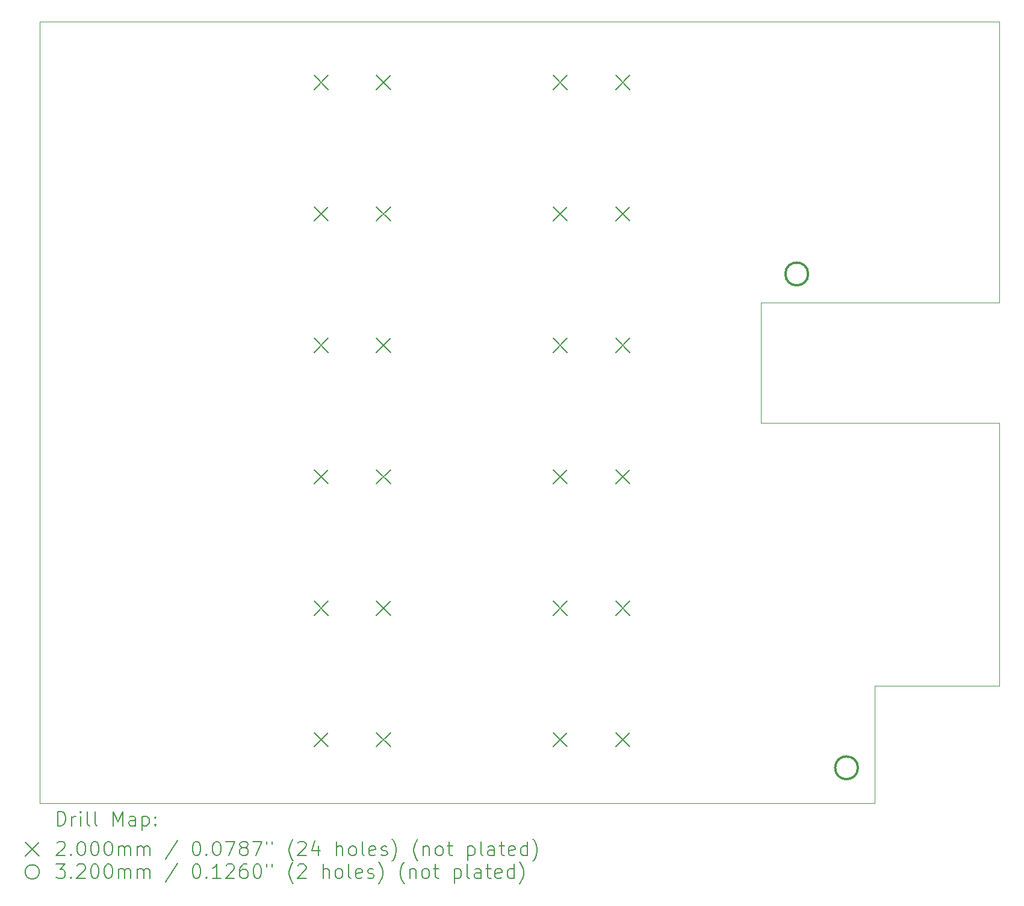
<source format=gbr>
%FSLAX45Y45*%
G04 Gerber Fmt 4.5, Leading zero omitted, Abs format (unit mm)*
G04 Created by KiCad (PCBNEW (6.0.0)) date 2022-04-30 23:34:16*
%MOMM*%
%LPD*%
G01*
G04 APERTURE LIST*
%TA.AperFunction,Profile*%
%ADD10C,0.050000*%
%TD*%
%TA.AperFunction,Profile*%
%ADD11C,0.100000*%
%TD*%
%ADD12C,0.200000*%
%ADD13C,0.320000*%
G04 APERTURE END LIST*
D10*
X18360000Y-3330000D02*
X18360000Y-7280000D01*
X4860000Y-3330000D02*
X4860000Y-14330000D01*
X4860000Y-3330000D02*
X18360000Y-3330000D01*
D11*
X15010000Y-8980000D02*
X15010000Y-7280000D01*
X18360000Y-8980000D02*
X15010000Y-8980000D01*
X18360000Y-8980000D02*
X18360000Y-12680000D01*
X15010000Y-7280000D02*
X18360000Y-7280000D01*
D10*
X4860000Y-14330000D02*
X16610000Y-14330000D01*
D11*
X18360000Y-12680000D02*
X16610000Y-12680000D01*
X16610000Y-12680000D02*
X16610000Y-14330000D01*
D12*
X8720000Y-4085000D02*
X8920000Y-4285000D01*
X8920000Y-4085000D02*
X8720000Y-4285000D01*
X8720000Y-5935000D02*
X8920000Y-6135000D01*
X8920000Y-5935000D02*
X8720000Y-6135000D01*
X8720000Y-7785000D02*
X8920000Y-7985000D01*
X8920000Y-7785000D02*
X8720000Y-7985000D01*
X8720000Y-9635000D02*
X8920000Y-9835000D01*
X8920000Y-9635000D02*
X8720000Y-9835000D01*
X8720000Y-11485000D02*
X8920000Y-11685000D01*
X8920000Y-11485000D02*
X8720000Y-11685000D01*
X8720000Y-13335000D02*
X8920000Y-13535000D01*
X8920000Y-13335000D02*
X8720000Y-13535000D01*
X9600000Y-4085000D02*
X9800000Y-4285000D01*
X9800000Y-4085000D02*
X9600000Y-4285000D01*
X9600000Y-5935000D02*
X9800000Y-6135000D01*
X9800000Y-5935000D02*
X9600000Y-6135000D01*
X9600000Y-7785000D02*
X9800000Y-7985000D01*
X9800000Y-7785000D02*
X9600000Y-7985000D01*
X9600000Y-9635000D02*
X9800000Y-9835000D01*
X9800000Y-9635000D02*
X9600000Y-9835000D01*
X9600000Y-11485000D02*
X9800000Y-11685000D01*
X9800000Y-11485000D02*
X9600000Y-11685000D01*
X9600000Y-13335000D02*
X9800000Y-13535000D01*
X9800000Y-13335000D02*
X9600000Y-13535000D01*
X12084000Y-4085000D02*
X12284000Y-4285000D01*
X12284000Y-4085000D02*
X12084000Y-4285000D01*
X12084000Y-5935000D02*
X12284000Y-6135000D01*
X12284000Y-5935000D02*
X12084000Y-6135000D01*
X12084000Y-7785000D02*
X12284000Y-7985000D01*
X12284000Y-7785000D02*
X12084000Y-7985000D01*
X12084000Y-9635000D02*
X12284000Y-9835000D01*
X12284000Y-9635000D02*
X12084000Y-9835000D01*
X12084000Y-11485000D02*
X12284000Y-11685000D01*
X12284000Y-11485000D02*
X12084000Y-11685000D01*
X12084000Y-13335000D02*
X12284000Y-13535000D01*
X12284000Y-13335000D02*
X12084000Y-13535000D01*
X12964000Y-4085000D02*
X13164000Y-4285000D01*
X13164000Y-4085000D02*
X12964000Y-4285000D01*
X12964000Y-5935000D02*
X13164000Y-6135000D01*
X13164000Y-5935000D02*
X12964000Y-6135000D01*
X12964000Y-7785000D02*
X13164000Y-7985000D01*
X13164000Y-7785000D02*
X12964000Y-7985000D01*
X12964000Y-9635000D02*
X13164000Y-9835000D01*
X13164000Y-9635000D02*
X12964000Y-9835000D01*
X12964000Y-11485000D02*
X13164000Y-11685000D01*
X13164000Y-11485000D02*
X12964000Y-11685000D01*
X12964000Y-13335000D02*
X13164000Y-13535000D01*
X13164000Y-13335000D02*
X12964000Y-13535000D01*
D13*
X15670000Y-6880000D02*
G75*
G03*
X15670000Y-6880000I-160000J0D01*
G01*
X16370000Y-13830000D02*
G75*
G03*
X16370000Y-13830000I-160000J0D01*
G01*
D12*
X5115119Y-14645476D02*
X5115119Y-14445476D01*
X5162738Y-14445476D01*
X5191310Y-14455000D01*
X5210357Y-14474048D01*
X5219881Y-14493095D01*
X5229405Y-14531190D01*
X5229405Y-14559762D01*
X5219881Y-14597857D01*
X5210357Y-14616905D01*
X5191310Y-14635952D01*
X5162738Y-14645476D01*
X5115119Y-14645476D01*
X5315119Y-14645476D02*
X5315119Y-14512143D01*
X5315119Y-14550238D02*
X5324643Y-14531190D01*
X5334167Y-14521667D01*
X5353214Y-14512143D01*
X5372262Y-14512143D01*
X5438929Y-14645476D02*
X5438929Y-14512143D01*
X5438929Y-14445476D02*
X5429405Y-14455000D01*
X5438929Y-14464524D01*
X5448452Y-14455000D01*
X5438929Y-14445476D01*
X5438929Y-14464524D01*
X5562738Y-14645476D02*
X5543690Y-14635952D01*
X5534167Y-14616905D01*
X5534167Y-14445476D01*
X5667500Y-14645476D02*
X5648452Y-14635952D01*
X5638928Y-14616905D01*
X5638928Y-14445476D01*
X5896071Y-14645476D02*
X5896071Y-14445476D01*
X5962738Y-14588333D01*
X6029405Y-14445476D01*
X6029405Y-14645476D01*
X6210357Y-14645476D02*
X6210357Y-14540714D01*
X6200833Y-14521667D01*
X6181786Y-14512143D01*
X6143690Y-14512143D01*
X6124643Y-14521667D01*
X6210357Y-14635952D02*
X6191309Y-14645476D01*
X6143690Y-14645476D01*
X6124643Y-14635952D01*
X6115119Y-14616905D01*
X6115119Y-14597857D01*
X6124643Y-14578809D01*
X6143690Y-14569286D01*
X6191309Y-14569286D01*
X6210357Y-14559762D01*
X6305595Y-14512143D02*
X6305595Y-14712143D01*
X6305595Y-14521667D02*
X6324643Y-14512143D01*
X6362738Y-14512143D01*
X6381786Y-14521667D01*
X6391309Y-14531190D01*
X6400833Y-14550238D01*
X6400833Y-14607381D01*
X6391309Y-14626428D01*
X6381786Y-14635952D01*
X6362738Y-14645476D01*
X6324643Y-14645476D01*
X6305595Y-14635952D01*
X6486548Y-14626428D02*
X6496071Y-14635952D01*
X6486548Y-14645476D01*
X6477024Y-14635952D01*
X6486548Y-14626428D01*
X6486548Y-14645476D01*
X6486548Y-14521667D02*
X6496071Y-14531190D01*
X6486548Y-14540714D01*
X6477024Y-14531190D01*
X6486548Y-14521667D01*
X6486548Y-14540714D01*
X4657500Y-14875000D02*
X4857500Y-15075000D01*
X4857500Y-14875000D02*
X4657500Y-15075000D01*
X5105595Y-14884524D02*
X5115119Y-14875000D01*
X5134167Y-14865476D01*
X5181786Y-14865476D01*
X5200833Y-14875000D01*
X5210357Y-14884524D01*
X5219881Y-14903571D01*
X5219881Y-14922619D01*
X5210357Y-14951190D01*
X5096071Y-15065476D01*
X5219881Y-15065476D01*
X5305595Y-15046428D02*
X5315119Y-15055952D01*
X5305595Y-15065476D01*
X5296071Y-15055952D01*
X5305595Y-15046428D01*
X5305595Y-15065476D01*
X5438929Y-14865476D02*
X5457976Y-14865476D01*
X5477024Y-14875000D01*
X5486548Y-14884524D01*
X5496071Y-14903571D01*
X5505595Y-14941667D01*
X5505595Y-14989286D01*
X5496071Y-15027381D01*
X5486548Y-15046428D01*
X5477024Y-15055952D01*
X5457976Y-15065476D01*
X5438929Y-15065476D01*
X5419881Y-15055952D01*
X5410357Y-15046428D01*
X5400833Y-15027381D01*
X5391310Y-14989286D01*
X5391310Y-14941667D01*
X5400833Y-14903571D01*
X5410357Y-14884524D01*
X5419881Y-14875000D01*
X5438929Y-14865476D01*
X5629405Y-14865476D02*
X5648452Y-14865476D01*
X5667500Y-14875000D01*
X5677024Y-14884524D01*
X5686548Y-14903571D01*
X5696071Y-14941667D01*
X5696071Y-14989286D01*
X5686548Y-15027381D01*
X5677024Y-15046428D01*
X5667500Y-15055952D01*
X5648452Y-15065476D01*
X5629405Y-15065476D01*
X5610357Y-15055952D01*
X5600833Y-15046428D01*
X5591310Y-15027381D01*
X5581786Y-14989286D01*
X5581786Y-14941667D01*
X5591310Y-14903571D01*
X5600833Y-14884524D01*
X5610357Y-14875000D01*
X5629405Y-14865476D01*
X5819881Y-14865476D02*
X5838928Y-14865476D01*
X5857976Y-14875000D01*
X5867500Y-14884524D01*
X5877024Y-14903571D01*
X5886548Y-14941667D01*
X5886548Y-14989286D01*
X5877024Y-15027381D01*
X5867500Y-15046428D01*
X5857976Y-15055952D01*
X5838928Y-15065476D01*
X5819881Y-15065476D01*
X5800833Y-15055952D01*
X5791309Y-15046428D01*
X5781786Y-15027381D01*
X5772262Y-14989286D01*
X5772262Y-14941667D01*
X5781786Y-14903571D01*
X5791309Y-14884524D01*
X5800833Y-14875000D01*
X5819881Y-14865476D01*
X5972262Y-15065476D02*
X5972262Y-14932143D01*
X5972262Y-14951190D02*
X5981786Y-14941667D01*
X6000833Y-14932143D01*
X6029405Y-14932143D01*
X6048452Y-14941667D01*
X6057976Y-14960714D01*
X6057976Y-15065476D01*
X6057976Y-14960714D02*
X6067500Y-14941667D01*
X6086548Y-14932143D01*
X6115119Y-14932143D01*
X6134167Y-14941667D01*
X6143690Y-14960714D01*
X6143690Y-15065476D01*
X6238928Y-15065476D02*
X6238928Y-14932143D01*
X6238928Y-14951190D02*
X6248452Y-14941667D01*
X6267500Y-14932143D01*
X6296071Y-14932143D01*
X6315119Y-14941667D01*
X6324643Y-14960714D01*
X6324643Y-15065476D01*
X6324643Y-14960714D02*
X6334167Y-14941667D01*
X6353214Y-14932143D01*
X6381786Y-14932143D01*
X6400833Y-14941667D01*
X6410357Y-14960714D01*
X6410357Y-15065476D01*
X6800833Y-14855952D02*
X6629405Y-15113095D01*
X7057976Y-14865476D02*
X7077024Y-14865476D01*
X7096071Y-14875000D01*
X7105595Y-14884524D01*
X7115119Y-14903571D01*
X7124643Y-14941667D01*
X7124643Y-14989286D01*
X7115119Y-15027381D01*
X7105595Y-15046428D01*
X7096071Y-15055952D01*
X7077024Y-15065476D01*
X7057976Y-15065476D01*
X7038928Y-15055952D01*
X7029405Y-15046428D01*
X7019881Y-15027381D01*
X7010357Y-14989286D01*
X7010357Y-14941667D01*
X7019881Y-14903571D01*
X7029405Y-14884524D01*
X7038928Y-14875000D01*
X7057976Y-14865476D01*
X7210357Y-15046428D02*
X7219881Y-15055952D01*
X7210357Y-15065476D01*
X7200833Y-15055952D01*
X7210357Y-15046428D01*
X7210357Y-15065476D01*
X7343690Y-14865476D02*
X7362738Y-14865476D01*
X7381786Y-14875000D01*
X7391309Y-14884524D01*
X7400833Y-14903571D01*
X7410357Y-14941667D01*
X7410357Y-14989286D01*
X7400833Y-15027381D01*
X7391309Y-15046428D01*
X7381786Y-15055952D01*
X7362738Y-15065476D01*
X7343690Y-15065476D01*
X7324643Y-15055952D01*
X7315119Y-15046428D01*
X7305595Y-15027381D01*
X7296071Y-14989286D01*
X7296071Y-14941667D01*
X7305595Y-14903571D01*
X7315119Y-14884524D01*
X7324643Y-14875000D01*
X7343690Y-14865476D01*
X7477024Y-14865476D02*
X7610357Y-14865476D01*
X7524643Y-15065476D01*
X7715119Y-14951190D02*
X7696071Y-14941667D01*
X7686548Y-14932143D01*
X7677024Y-14913095D01*
X7677024Y-14903571D01*
X7686548Y-14884524D01*
X7696071Y-14875000D01*
X7715119Y-14865476D01*
X7753214Y-14865476D01*
X7772262Y-14875000D01*
X7781786Y-14884524D01*
X7791309Y-14903571D01*
X7791309Y-14913095D01*
X7781786Y-14932143D01*
X7772262Y-14941667D01*
X7753214Y-14951190D01*
X7715119Y-14951190D01*
X7696071Y-14960714D01*
X7686548Y-14970238D01*
X7677024Y-14989286D01*
X7677024Y-15027381D01*
X7686548Y-15046428D01*
X7696071Y-15055952D01*
X7715119Y-15065476D01*
X7753214Y-15065476D01*
X7772262Y-15055952D01*
X7781786Y-15046428D01*
X7791309Y-15027381D01*
X7791309Y-14989286D01*
X7781786Y-14970238D01*
X7772262Y-14960714D01*
X7753214Y-14951190D01*
X7857976Y-14865476D02*
X7991309Y-14865476D01*
X7905595Y-15065476D01*
X8057976Y-14865476D02*
X8057976Y-14903571D01*
X8134167Y-14865476D02*
X8134167Y-14903571D01*
X8429405Y-15141667D02*
X8419881Y-15132143D01*
X8400833Y-15103571D01*
X8391310Y-15084524D01*
X8381786Y-15055952D01*
X8372262Y-15008333D01*
X8372262Y-14970238D01*
X8381786Y-14922619D01*
X8391310Y-14894048D01*
X8400833Y-14875000D01*
X8419881Y-14846428D01*
X8429405Y-14836905D01*
X8496071Y-14884524D02*
X8505595Y-14875000D01*
X8524643Y-14865476D01*
X8572262Y-14865476D01*
X8591310Y-14875000D01*
X8600833Y-14884524D01*
X8610357Y-14903571D01*
X8610357Y-14922619D01*
X8600833Y-14951190D01*
X8486548Y-15065476D01*
X8610357Y-15065476D01*
X8781786Y-14932143D02*
X8781786Y-15065476D01*
X8734167Y-14855952D02*
X8686548Y-14998809D01*
X8810357Y-14998809D01*
X9038929Y-15065476D02*
X9038929Y-14865476D01*
X9124643Y-15065476D02*
X9124643Y-14960714D01*
X9115119Y-14941667D01*
X9096071Y-14932143D01*
X9067500Y-14932143D01*
X9048452Y-14941667D01*
X9038929Y-14951190D01*
X9248452Y-15065476D02*
X9229405Y-15055952D01*
X9219881Y-15046428D01*
X9210357Y-15027381D01*
X9210357Y-14970238D01*
X9219881Y-14951190D01*
X9229405Y-14941667D01*
X9248452Y-14932143D01*
X9277024Y-14932143D01*
X9296071Y-14941667D01*
X9305595Y-14951190D01*
X9315119Y-14970238D01*
X9315119Y-15027381D01*
X9305595Y-15046428D01*
X9296071Y-15055952D01*
X9277024Y-15065476D01*
X9248452Y-15065476D01*
X9429405Y-15065476D02*
X9410357Y-15055952D01*
X9400833Y-15036905D01*
X9400833Y-14865476D01*
X9581786Y-15055952D02*
X9562738Y-15065476D01*
X9524643Y-15065476D01*
X9505595Y-15055952D01*
X9496071Y-15036905D01*
X9496071Y-14960714D01*
X9505595Y-14941667D01*
X9524643Y-14932143D01*
X9562738Y-14932143D01*
X9581786Y-14941667D01*
X9591310Y-14960714D01*
X9591310Y-14979762D01*
X9496071Y-14998809D01*
X9667500Y-15055952D02*
X9686548Y-15065476D01*
X9724643Y-15065476D01*
X9743690Y-15055952D01*
X9753214Y-15036905D01*
X9753214Y-15027381D01*
X9743690Y-15008333D01*
X9724643Y-14998809D01*
X9696071Y-14998809D01*
X9677024Y-14989286D01*
X9667500Y-14970238D01*
X9667500Y-14960714D01*
X9677024Y-14941667D01*
X9696071Y-14932143D01*
X9724643Y-14932143D01*
X9743690Y-14941667D01*
X9819881Y-15141667D02*
X9829405Y-15132143D01*
X9848452Y-15103571D01*
X9857976Y-15084524D01*
X9867500Y-15055952D01*
X9877024Y-15008333D01*
X9877024Y-14970238D01*
X9867500Y-14922619D01*
X9857976Y-14894048D01*
X9848452Y-14875000D01*
X9829405Y-14846428D01*
X9819881Y-14836905D01*
X10181786Y-15141667D02*
X10172262Y-15132143D01*
X10153214Y-15103571D01*
X10143690Y-15084524D01*
X10134167Y-15055952D01*
X10124643Y-15008333D01*
X10124643Y-14970238D01*
X10134167Y-14922619D01*
X10143690Y-14894048D01*
X10153214Y-14875000D01*
X10172262Y-14846428D01*
X10181786Y-14836905D01*
X10257976Y-14932143D02*
X10257976Y-15065476D01*
X10257976Y-14951190D02*
X10267500Y-14941667D01*
X10286548Y-14932143D01*
X10315119Y-14932143D01*
X10334167Y-14941667D01*
X10343690Y-14960714D01*
X10343690Y-15065476D01*
X10467500Y-15065476D02*
X10448452Y-15055952D01*
X10438929Y-15046428D01*
X10429405Y-15027381D01*
X10429405Y-14970238D01*
X10438929Y-14951190D01*
X10448452Y-14941667D01*
X10467500Y-14932143D01*
X10496071Y-14932143D01*
X10515119Y-14941667D01*
X10524643Y-14951190D01*
X10534167Y-14970238D01*
X10534167Y-15027381D01*
X10524643Y-15046428D01*
X10515119Y-15055952D01*
X10496071Y-15065476D01*
X10467500Y-15065476D01*
X10591310Y-14932143D02*
X10667500Y-14932143D01*
X10619881Y-14865476D02*
X10619881Y-15036905D01*
X10629405Y-15055952D01*
X10648452Y-15065476D01*
X10667500Y-15065476D01*
X10886548Y-14932143D02*
X10886548Y-15132143D01*
X10886548Y-14941667D02*
X10905595Y-14932143D01*
X10943690Y-14932143D01*
X10962738Y-14941667D01*
X10972262Y-14951190D01*
X10981786Y-14970238D01*
X10981786Y-15027381D01*
X10972262Y-15046428D01*
X10962738Y-15055952D01*
X10943690Y-15065476D01*
X10905595Y-15065476D01*
X10886548Y-15055952D01*
X11096071Y-15065476D02*
X11077024Y-15055952D01*
X11067500Y-15036905D01*
X11067500Y-14865476D01*
X11257976Y-15065476D02*
X11257976Y-14960714D01*
X11248452Y-14941667D01*
X11229405Y-14932143D01*
X11191309Y-14932143D01*
X11172262Y-14941667D01*
X11257976Y-15055952D02*
X11238928Y-15065476D01*
X11191309Y-15065476D01*
X11172262Y-15055952D01*
X11162738Y-15036905D01*
X11162738Y-15017857D01*
X11172262Y-14998809D01*
X11191309Y-14989286D01*
X11238928Y-14989286D01*
X11257976Y-14979762D01*
X11324643Y-14932143D02*
X11400833Y-14932143D01*
X11353214Y-14865476D02*
X11353214Y-15036905D01*
X11362738Y-15055952D01*
X11381786Y-15065476D01*
X11400833Y-15065476D01*
X11543690Y-15055952D02*
X11524643Y-15065476D01*
X11486548Y-15065476D01*
X11467500Y-15055952D01*
X11457976Y-15036905D01*
X11457976Y-14960714D01*
X11467500Y-14941667D01*
X11486548Y-14932143D01*
X11524643Y-14932143D01*
X11543690Y-14941667D01*
X11553214Y-14960714D01*
X11553214Y-14979762D01*
X11457976Y-14998809D01*
X11724643Y-15065476D02*
X11724643Y-14865476D01*
X11724643Y-15055952D02*
X11705595Y-15065476D01*
X11667500Y-15065476D01*
X11648452Y-15055952D01*
X11638928Y-15046428D01*
X11629405Y-15027381D01*
X11629405Y-14970238D01*
X11638928Y-14951190D01*
X11648452Y-14941667D01*
X11667500Y-14932143D01*
X11705595Y-14932143D01*
X11724643Y-14941667D01*
X11800833Y-15141667D02*
X11810357Y-15132143D01*
X11829405Y-15103571D01*
X11838928Y-15084524D01*
X11848452Y-15055952D01*
X11857976Y-15008333D01*
X11857976Y-14970238D01*
X11848452Y-14922619D01*
X11838928Y-14894048D01*
X11829405Y-14875000D01*
X11810357Y-14846428D01*
X11800833Y-14836905D01*
X4857500Y-15295000D02*
G75*
G03*
X4857500Y-15295000I-100000J0D01*
G01*
X5096071Y-15185476D02*
X5219881Y-15185476D01*
X5153214Y-15261667D01*
X5181786Y-15261667D01*
X5200833Y-15271190D01*
X5210357Y-15280714D01*
X5219881Y-15299762D01*
X5219881Y-15347381D01*
X5210357Y-15366428D01*
X5200833Y-15375952D01*
X5181786Y-15385476D01*
X5124643Y-15385476D01*
X5105595Y-15375952D01*
X5096071Y-15366428D01*
X5305595Y-15366428D02*
X5315119Y-15375952D01*
X5305595Y-15385476D01*
X5296071Y-15375952D01*
X5305595Y-15366428D01*
X5305595Y-15385476D01*
X5391310Y-15204524D02*
X5400833Y-15195000D01*
X5419881Y-15185476D01*
X5467500Y-15185476D01*
X5486548Y-15195000D01*
X5496071Y-15204524D01*
X5505595Y-15223571D01*
X5505595Y-15242619D01*
X5496071Y-15271190D01*
X5381786Y-15385476D01*
X5505595Y-15385476D01*
X5629405Y-15185476D02*
X5648452Y-15185476D01*
X5667500Y-15195000D01*
X5677024Y-15204524D01*
X5686548Y-15223571D01*
X5696071Y-15261667D01*
X5696071Y-15309286D01*
X5686548Y-15347381D01*
X5677024Y-15366428D01*
X5667500Y-15375952D01*
X5648452Y-15385476D01*
X5629405Y-15385476D01*
X5610357Y-15375952D01*
X5600833Y-15366428D01*
X5591310Y-15347381D01*
X5581786Y-15309286D01*
X5581786Y-15261667D01*
X5591310Y-15223571D01*
X5600833Y-15204524D01*
X5610357Y-15195000D01*
X5629405Y-15185476D01*
X5819881Y-15185476D02*
X5838928Y-15185476D01*
X5857976Y-15195000D01*
X5867500Y-15204524D01*
X5877024Y-15223571D01*
X5886548Y-15261667D01*
X5886548Y-15309286D01*
X5877024Y-15347381D01*
X5867500Y-15366428D01*
X5857976Y-15375952D01*
X5838928Y-15385476D01*
X5819881Y-15385476D01*
X5800833Y-15375952D01*
X5791309Y-15366428D01*
X5781786Y-15347381D01*
X5772262Y-15309286D01*
X5772262Y-15261667D01*
X5781786Y-15223571D01*
X5791309Y-15204524D01*
X5800833Y-15195000D01*
X5819881Y-15185476D01*
X5972262Y-15385476D02*
X5972262Y-15252143D01*
X5972262Y-15271190D02*
X5981786Y-15261667D01*
X6000833Y-15252143D01*
X6029405Y-15252143D01*
X6048452Y-15261667D01*
X6057976Y-15280714D01*
X6057976Y-15385476D01*
X6057976Y-15280714D02*
X6067500Y-15261667D01*
X6086548Y-15252143D01*
X6115119Y-15252143D01*
X6134167Y-15261667D01*
X6143690Y-15280714D01*
X6143690Y-15385476D01*
X6238928Y-15385476D02*
X6238928Y-15252143D01*
X6238928Y-15271190D02*
X6248452Y-15261667D01*
X6267500Y-15252143D01*
X6296071Y-15252143D01*
X6315119Y-15261667D01*
X6324643Y-15280714D01*
X6324643Y-15385476D01*
X6324643Y-15280714D02*
X6334167Y-15261667D01*
X6353214Y-15252143D01*
X6381786Y-15252143D01*
X6400833Y-15261667D01*
X6410357Y-15280714D01*
X6410357Y-15385476D01*
X6800833Y-15175952D02*
X6629405Y-15433095D01*
X7057976Y-15185476D02*
X7077024Y-15185476D01*
X7096071Y-15195000D01*
X7105595Y-15204524D01*
X7115119Y-15223571D01*
X7124643Y-15261667D01*
X7124643Y-15309286D01*
X7115119Y-15347381D01*
X7105595Y-15366428D01*
X7096071Y-15375952D01*
X7077024Y-15385476D01*
X7057976Y-15385476D01*
X7038928Y-15375952D01*
X7029405Y-15366428D01*
X7019881Y-15347381D01*
X7010357Y-15309286D01*
X7010357Y-15261667D01*
X7019881Y-15223571D01*
X7029405Y-15204524D01*
X7038928Y-15195000D01*
X7057976Y-15185476D01*
X7210357Y-15366428D02*
X7219881Y-15375952D01*
X7210357Y-15385476D01*
X7200833Y-15375952D01*
X7210357Y-15366428D01*
X7210357Y-15385476D01*
X7410357Y-15385476D02*
X7296071Y-15385476D01*
X7353214Y-15385476D02*
X7353214Y-15185476D01*
X7334167Y-15214048D01*
X7315119Y-15233095D01*
X7296071Y-15242619D01*
X7486548Y-15204524D02*
X7496071Y-15195000D01*
X7515119Y-15185476D01*
X7562738Y-15185476D01*
X7581786Y-15195000D01*
X7591309Y-15204524D01*
X7600833Y-15223571D01*
X7600833Y-15242619D01*
X7591309Y-15271190D01*
X7477024Y-15385476D01*
X7600833Y-15385476D01*
X7772262Y-15185476D02*
X7734167Y-15185476D01*
X7715119Y-15195000D01*
X7705595Y-15204524D01*
X7686548Y-15233095D01*
X7677024Y-15271190D01*
X7677024Y-15347381D01*
X7686548Y-15366428D01*
X7696071Y-15375952D01*
X7715119Y-15385476D01*
X7753214Y-15385476D01*
X7772262Y-15375952D01*
X7781786Y-15366428D01*
X7791309Y-15347381D01*
X7791309Y-15299762D01*
X7781786Y-15280714D01*
X7772262Y-15271190D01*
X7753214Y-15261667D01*
X7715119Y-15261667D01*
X7696071Y-15271190D01*
X7686548Y-15280714D01*
X7677024Y-15299762D01*
X7915119Y-15185476D02*
X7934167Y-15185476D01*
X7953214Y-15195000D01*
X7962738Y-15204524D01*
X7972262Y-15223571D01*
X7981786Y-15261667D01*
X7981786Y-15309286D01*
X7972262Y-15347381D01*
X7962738Y-15366428D01*
X7953214Y-15375952D01*
X7934167Y-15385476D01*
X7915119Y-15385476D01*
X7896071Y-15375952D01*
X7886548Y-15366428D01*
X7877024Y-15347381D01*
X7867500Y-15309286D01*
X7867500Y-15261667D01*
X7877024Y-15223571D01*
X7886548Y-15204524D01*
X7896071Y-15195000D01*
X7915119Y-15185476D01*
X8057976Y-15185476D02*
X8057976Y-15223571D01*
X8134167Y-15185476D02*
X8134167Y-15223571D01*
X8429405Y-15461667D02*
X8419881Y-15452143D01*
X8400833Y-15423571D01*
X8391310Y-15404524D01*
X8381786Y-15375952D01*
X8372262Y-15328333D01*
X8372262Y-15290238D01*
X8381786Y-15242619D01*
X8391310Y-15214048D01*
X8400833Y-15195000D01*
X8419881Y-15166428D01*
X8429405Y-15156905D01*
X8496071Y-15204524D02*
X8505595Y-15195000D01*
X8524643Y-15185476D01*
X8572262Y-15185476D01*
X8591310Y-15195000D01*
X8600833Y-15204524D01*
X8610357Y-15223571D01*
X8610357Y-15242619D01*
X8600833Y-15271190D01*
X8486548Y-15385476D01*
X8610357Y-15385476D01*
X8848452Y-15385476D02*
X8848452Y-15185476D01*
X8934167Y-15385476D02*
X8934167Y-15280714D01*
X8924643Y-15261667D01*
X8905595Y-15252143D01*
X8877024Y-15252143D01*
X8857976Y-15261667D01*
X8848452Y-15271190D01*
X9057976Y-15385476D02*
X9038929Y-15375952D01*
X9029405Y-15366428D01*
X9019881Y-15347381D01*
X9019881Y-15290238D01*
X9029405Y-15271190D01*
X9038929Y-15261667D01*
X9057976Y-15252143D01*
X9086548Y-15252143D01*
X9105595Y-15261667D01*
X9115119Y-15271190D01*
X9124643Y-15290238D01*
X9124643Y-15347381D01*
X9115119Y-15366428D01*
X9105595Y-15375952D01*
X9086548Y-15385476D01*
X9057976Y-15385476D01*
X9238929Y-15385476D02*
X9219881Y-15375952D01*
X9210357Y-15356905D01*
X9210357Y-15185476D01*
X9391310Y-15375952D02*
X9372262Y-15385476D01*
X9334167Y-15385476D01*
X9315119Y-15375952D01*
X9305595Y-15356905D01*
X9305595Y-15280714D01*
X9315119Y-15261667D01*
X9334167Y-15252143D01*
X9372262Y-15252143D01*
X9391310Y-15261667D01*
X9400833Y-15280714D01*
X9400833Y-15299762D01*
X9305595Y-15318809D01*
X9477024Y-15375952D02*
X9496071Y-15385476D01*
X9534167Y-15385476D01*
X9553214Y-15375952D01*
X9562738Y-15356905D01*
X9562738Y-15347381D01*
X9553214Y-15328333D01*
X9534167Y-15318809D01*
X9505595Y-15318809D01*
X9486548Y-15309286D01*
X9477024Y-15290238D01*
X9477024Y-15280714D01*
X9486548Y-15261667D01*
X9505595Y-15252143D01*
X9534167Y-15252143D01*
X9553214Y-15261667D01*
X9629405Y-15461667D02*
X9638929Y-15452143D01*
X9657976Y-15423571D01*
X9667500Y-15404524D01*
X9677024Y-15375952D01*
X9686548Y-15328333D01*
X9686548Y-15290238D01*
X9677024Y-15242619D01*
X9667500Y-15214048D01*
X9657976Y-15195000D01*
X9638929Y-15166428D01*
X9629405Y-15156905D01*
X9991310Y-15461667D02*
X9981786Y-15452143D01*
X9962738Y-15423571D01*
X9953214Y-15404524D01*
X9943690Y-15375952D01*
X9934167Y-15328333D01*
X9934167Y-15290238D01*
X9943690Y-15242619D01*
X9953214Y-15214048D01*
X9962738Y-15195000D01*
X9981786Y-15166428D01*
X9991310Y-15156905D01*
X10067500Y-15252143D02*
X10067500Y-15385476D01*
X10067500Y-15271190D02*
X10077024Y-15261667D01*
X10096071Y-15252143D01*
X10124643Y-15252143D01*
X10143690Y-15261667D01*
X10153214Y-15280714D01*
X10153214Y-15385476D01*
X10277024Y-15385476D02*
X10257976Y-15375952D01*
X10248452Y-15366428D01*
X10238929Y-15347381D01*
X10238929Y-15290238D01*
X10248452Y-15271190D01*
X10257976Y-15261667D01*
X10277024Y-15252143D01*
X10305595Y-15252143D01*
X10324643Y-15261667D01*
X10334167Y-15271190D01*
X10343690Y-15290238D01*
X10343690Y-15347381D01*
X10334167Y-15366428D01*
X10324643Y-15375952D01*
X10305595Y-15385476D01*
X10277024Y-15385476D01*
X10400833Y-15252143D02*
X10477024Y-15252143D01*
X10429405Y-15185476D02*
X10429405Y-15356905D01*
X10438929Y-15375952D01*
X10457976Y-15385476D01*
X10477024Y-15385476D01*
X10696071Y-15252143D02*
X10696071Y-15452143D01*
X10696071Y-15261667D02*
X10715119Y-15252143D01*
X10753214Y-15252143D01*
X10772262Y-15261667D01*
X10781786Y-15271190D01*
X10791310Y-15290238D01*
X10791310Y-15347381D01*
X10781786Y-15366428D01*
X10772262Y-15375952D01*
X10753214Y-15385476D01*
X10715119Y-15385476D01*
X10696071Y-15375952D01*
X10905595Y-15385476D02*
X10886548Y-15375952D01*
X10877024Y-15356905D01*
X10877024Y-15185476D01*
X11067500Y-15385476D02*
X11067500Y-15280714D01*
X11057976Y-15261667D01*
X11038929Y-15252143D01*
X11000833Y-15252143D01*
X10981786Y-15261667D01*
X11067500Y-15375952D02*
X11048452Y-15385476D01*
X11000833Y-15385476D01*
X10981786Y-15375952D01*
X10972262Y-15356905D01*
X10972262Y-15337857D01*
X10981786Y-15318809D01*
X11000833Y-15309286D01*
X11048452Y-15309286D01*
X11067500Y-15299762D01*
X11134167Y-15252143D02*
X11210357Y-15252143D01*
X11162738Y-15185476D02*
X11162738Y-15356905D01*
X11172262Y-15375952D01*
X11191309Y-15385476D01*
X11210357Y-15385476D01*
X11353214Y-15375952D02*
X11334167Y-15385476D01*
X11296071Y-15385476D01*
X11277024Y-15375952D01*
X11267500Y-15356905D01*
X11267500Y-15280714D01*
X11277024Y-15261667D01*
X11296071Y-15252143D01*
X11334167Y-15252143D01*
X11353214Y-15261667D01*
X11362738Y-15280714D01*
X11362738Y-15299762D01*
X11267500Y-15318809D01*
X11534167Y-15385476D02*
X11534167Y-15185476D01*
X11534167Y-15375952D02*
X11515119Y-15385476D01*
X11477024Y-15385476D01*
X11457976Y-15375952D01*
X11448452Y-15366428D01*
X11438928Y-15347381D01*
X11438928Y-15290238D01*
X11448452Y-15271190D01*
X11457976Y-15261667D01*
X11477024Y-15252143D01*
X11515119Y-15252143D01*
X11534167Y-15261667D01*
X11610357Y-15461667D02*
X11619881Y-15452143D01*
X11638928Y-15423571D01*
X11648452Y-15404524D01*
X11657976Y-15375952D01*
X11667500Y-15328333D01*
X11667500Y-15290238D01*
X11657976Y-15242619D01*
X11648452Y-15214048D01*
X11638928Y-15195000D01*
X11619881Y-15166428D01*
X11610357Y-15156905D01*
M02*

</source>
